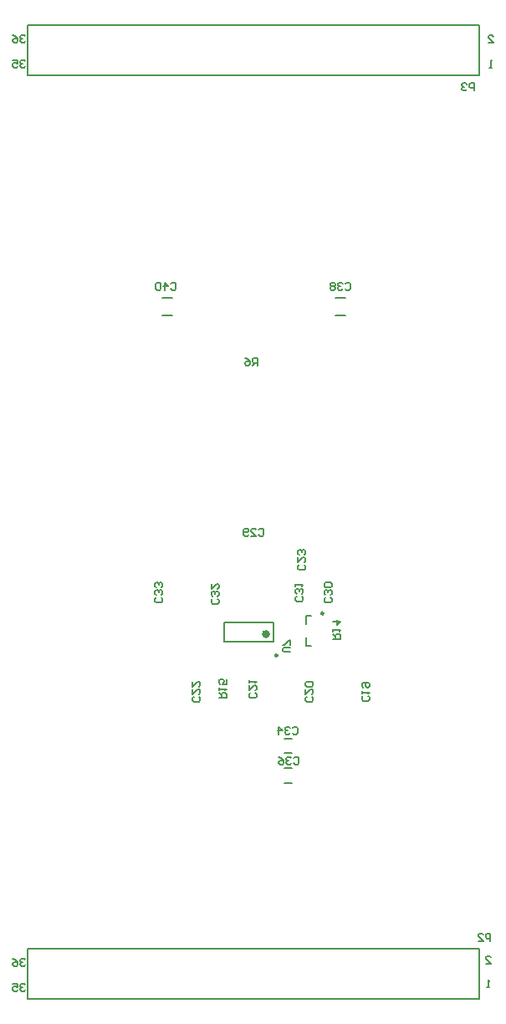
<source format=gbo>
G04*
G04 #@! TF.GenerationSoftware,Altium Limited,Altium Designer,22.4.2 (48)*
G04*
G04 Layer_Color=32896*
%FSLAX25Y25*%
%MOIN*%
G70*
G04*
G04 #@! TF.SameCoordinates,D9425D36-0AFB-4970-BFF6-08718D8895E8*
G04*
G04*
G04 #@! TF.FilePolarity,Positive*
G04*
G01*
G75*
%ADD10C,0.00984*%
%ADD11C,0.01575*%
%ADD14C,0.00787*%
%ADD17C,0.00591*%
D10*
X-50768Y-38512D02*
G03*
X-50768Y-38512I-492J0D01*
G01*
X-69161Y-55252D02*
G03*
X-69161Y-55252I-492J0D01*
G01*
D11*
X-73020Y-46787D02*
G03*
X-73020Y-46787I-787J0D01*
G01*
D14*
X-57756Y-39595D02*
X-55787D01*
X-57756Y-42843D02*
Y-39595D01*
Y-51406D02*
X-55787D01*
X-57756D02*
Y-48158D01*
X-90342Y-49937D02*
Y-42063D01*
X-70657Y-49937D02*
Y-42063D01*
X-90342D02*
X-70657D01*
X-90342Y-49937D02*
X-70657D01*
X-66567Y-88358D02*
X-63417D01*
X-66567Y-94263D02*
X-63417D01*
X-66567Y-100225D02*
X-63417D01*
X-66567Y-106131D02*
X-63417D01*
X-168760Y175921D02*
X11240D01*
X-168760Y195921D02*
X11240D01*
Y175921D02*
Y195921D01*
X-168760Y175921D02*
Y195921D01*
Y-192032D02*
X11240D01*
X-168760Y-172031D02*
X11240D01*
Y-192032D02*
Y-172031D01*
X-168760Y-192032D02*
Y-172031D01*
X-115154Y87339D02*
X-111216D01*
X-115154Y80252D02*
X-111216D01*
X-46154Y87339D02*
X-42217D01*
X-46154Y80252D02*
X-42217D01*
D17*
X-169760Y191381D02*
X-170252Y191873D01*
X-171236D01*
X-171728Y191381D01*
Y190889D01*
X-171236Y190397D01*
X-170744D01*
X-171236D01*
X-171728Y189905D01*
Y189413D01*
X-171236Y188921D01*
X-170252D01*
X-169760Y189413D01*
X-174680Y191873D02*
X-173696Y191381D01*
X-172712Y190397D01*
Y189413D01*
X-173204Y188921D01*
X-174188D01*
X-174680Y189413D01*
Y189905D01*
X-174188Y190397D01*
X-172712D01*
X-169760Y181381D02*
X-170252Y181873D01*
X-171236D01*
X-171728Y181381D01*
Y180889D01*
X-171236Y180397D01*
X-170744D01*
X-171236D01*
X-171728Y179905D01*
Y179413D01*
X-171236Y178921D01*
X-170252D01*
X-169760Y179413D01*
X-174680Y181873D02*
X-172712D01*
Y180397D01*
X-173696Y180889D01*
X-174188D01*
X-174680Y180397D01*
Y179413D01*
X-174188Y178921D01*
X-173204D01*
X-172712Y179413D01*
X16240Y178921D02*
X15256D01*
X15748D01*
Y181873D01*
X16240Y181381D01*
X14847Y188795D02*
X16815D01*
X14847Y190763D01*
Y191255D01*
X15339Y191747D01*
X16323D01*
X16815Y191255D01*
X-169760Y-176572D02*
X-170252Y-176080D01*
X-171236D01*
X-171728Y-176572D01*
Y-177064D01*
X-171236Y-177556D01*
X-170744D01*
X-171236D01*
X-171728Y-178048D01*
Y-178540D01*
X-171236Y-179032D01*
X-170252D01*
X-169760Y-178540D01*
X-174680Y-176080D02*
X-173696Y-176572D01*
X-172712Y-177556D01*
Y-178540D01*
X-173204Y-179032D01*
X-174188D01*
X-174680Y-178540D01*
Y-178048D01*
X-174188Y-177556D01*
X-172712D01*
X-169760Y-186572D02*
X-170252Y-186080D01*
X-171236D01*
X-171728Y-186572D01*
Y-187064D01*
X-171236Y-187556D01*
X-170744D01*
X-171236D01*
X-171728Y-188048D01*
Y-188540D01*
X-171236Y-189032D01*
X-170252D01*
X-169760Y-188540D01*
X-174680Y-186080D02*
X-172712D01*
Y-187556D01*
X-173696Y-187064D01*
X-174188D01*
X-174680Y-187556D01*
Y-188540D01*
X-174188Y-189032D01*
X-173204D01*
X-172712Y-188540D01*
X15240Y-187531D02*
X14256D01*
X14748D01*
Y-184580D01*
X15240Y-185072D01*
X13772Y-178032D02*
X15740D01*
X13772Y-176064D01*
Y-175572D01*
X14264Y-175080D01*
X15248D01*
X15740Y-175572D01*
X-64024Y-53960D02*
X-66484D01*
X-66976Y-53468D01*
Y-52484D01*
X-66484Y-51992D01*
X-64024D01*
Y-51008D02*
Y-49040D01*
X-64516D01*
X-66484Y-51008D01*
X-66976D01*
X-92476Y-72190D02*
X-89524D01*
Y-70714D01*
X-90016Y-70222D01*
X-91000D01*
X-91492Y-70714D01*
Y-72190D01*
Y-71206D02*
X-92476Y-70222D01*
Y-69238D02*
Y-68254D01*
Y-68746D01*
X-89524D01*
X-90016Y-69238D01*
X-89524Y-64810D02*
Y-66778D01*
X-91000D01*
X-90508Y-65794D01*
Y-65302D01*
X-91000Y-64810D01*
X-91984D01*
X-92476Y-65302D01*
Y-66286D01*
X-91984Y-66778D01*
X-46976Y-48690D02*
X-44024D01*
Y-47214D01*
X-44516Y-46722D01*
X-45500D01*
X-45992Y-47214D01*
Y-48690D01*
Y-47706D02*
X-46976Y-46722D01*
Y-45738D02*
Y-44754D01*
Y-45246D01*
X-44024D01*
X-44516Y-45738D01*
X-46976Y-41802D02*
X-44024D01*
X-45500Y-43278D01*
Y-41310D01*
X-33008Y-71466D02*
X-32516Y-71958D01*
Y-72942D01*
X-33008Y-73434D01*
X-34976D01*
X-35468Y-72942D01*
Y-71958D01*
X-34976Y-71466D01*
X-35468Y-70482D02*
Y-69498D01*
Y-69990D01*
X-32516D01*
X-33008Y-70482D01*
X-34976Y-68022D02*
X-35468Y-67530D01*
Y-66546D01*
X-34976Y-66054D01*
X-33008D01*
X-32516Y-66546D01*
Y-67530D01*
X-33008Y-68022D01*
X-33500D01*
X-33992Y-67530D01*
Y-66054D01*
X-55508Y-71712D02*
X-55016Y-72204D01*
Y-73188D01*
X-55508Y-73680D01*
X-57476D01*
X-57968Y-73188D01*
Y-72204D01*
X-57476Y-71712D01*
X-57968Y-68760D02*
Y-70728D01*
X-56000Y-68760D01*
X-55508D01*
X-55016Y-69252D01*
Y-70236D01*
X-55508Y-70728D01*
Y-67776D02*
X-55016Y-67284D01*
Y-66300D01*
X-55508Y-65808D01*
X-57476D01*
X-57968Y-66300D01*
Y-67284D01*
X-57476Y-67776D01*
X-55508D01*
X-78008Y-70220D02*
X-77516Y-70712D01*
Y-71696D01*
X-78008Y-72188D01*
X-79976D01*
X-80468Y-71696D01*
Y-70712D01*
X-79976Y-70220D01*
X-80468Y-67268D02*
Y-69236D01*
X-78500Y-67268D01*
X-78008D01*
X-77516Y-67760D01*
Y-68744D01*
X-78008Y-69236D01*
X-80468Y-66284D02*
Y-65300D01*
Y-65792D01*
X-77516D01*
X-78008Y-66284D01*
X-100508Y-71712D02*
X-100016Y-72204D01*
Y-73188D01*
X-100508Y-73680D01*
X-102476D01*
X-102968Y-73188D01*
Y-72204D01*
X-102476Y-71712D01*
X-102968Y-68760D02*
Y-70728D01*
X-101000Y-68760D01*
X-100508D01*
X-100016Y-69252D01*
Y-70236D01*
X-100508Y-70728D01*
X-102968Y-65808D02*
Y-67776D01*
X-101000Y-65808D01*
X-100508D01*
X-100016Y-66300D01*
Y-67284D01*
X-100508Y-67776D01*
X-63217Y-84221D02*
X-62725Y-83729D01*
X-61741D01*
X-61249Y-84221D01*
Y-86189D01*
X-61741Y-86681D01*
X-62725D01*
X-63217Y-86189D01*
X-64201Y-84221D02*
X-64693Y-83729D01*
X-65677D01*
X-66169Y-84221D01*
Y-84713D01*
X-65677Y-85205D01*
X-65185D01*
X-65677D01*
X-66169Y-85697D01*
Y-86189D01*
X-65677Y-86681D01*
X-64693D01*
X-64201Y-86189D01*
X-68629Y-86681D02*
Y-83729D01*
X-67153Y-85205D01*
X-69121D01*
X-62717Y-96221D02*
X-62225Y-95729D01*
X-61241D01*
X-60749Y-96221D01*
Y-98189D01*
X-61241Y-98681D01*
X-62225D01*
X-62717Y-98189D01*
X-63701Y-96221D02*
X-64193Y-95729D01*
X-65177D01*
X-65669Y-96221D01*
Y-96713D01*
X-65177Y-97205D01*
X-64685D01*
X-65177D01*
X-65669Y-97697D01*
Y-98189D01*
X-65177Y-98681D01*
X-64193D01*
X-63701Y-98189D01*
X-68621Y-95729D02*
X-67637Y-96221D01*
X-66653Y-97205D01*
Y-98189D01*
X-67145Y-98681D01*
X-68129D01*
X-68621Y-98189D01*
Y-97697D01*
X-68129Y-97205D01*
X-66653D01*
X-58508Y-19212D02*
X-58016Y-19704D01*
Y-20688D01*
X-58508Y-21180D01*
X-60476D01*
X-60968Y-20688D01*
Y-19704D01*
X-60476Y-19212D01*
X-60968Y-16260D02*
Y-18228D01*
X-59000Y-16260D01*
X-58508D01*
X-58016Y-16752D01*
Y-17736D01*
X-58508Y-18228D01*
Y-15276D02*
X-58016Y-14784D01*
Y-13800D01*
X-58508Y-13308D01*
X-59000D01*
X-59492Y-13800D01*
Y-14292D01*
Y-13800D01*
X-59984Y-13308D01*
X-60476D01*
X-60968Y-13800D01*
Y-14784D01*
X-60476Y-15276D01*
X-76717Y-5221D02*
X-76225Y-4729D01*
X-75241D01*
X-74749Y-5221D01*
Y-7189D01*
X-75241Y-7681D01*
X-76225D01*
X-76717Y-7189D01*
X-79669Y-7681D02*
X-77701D01*
X-79669Y-5713D01*
Y-5221D01*
X-79177Y-4729D01*
X-78193D01*
X-77701Y-5221D01*
X-80653Y-7189D02*
X-81145Y-7681D01*
X-82129D01*
X-82621Y-7189D01*
Y-5221D01*
X-82129Y-4729D01*
X-81145D01*
X-80653Y-5221D01*
Y-5713D01*
X-81145Y-6205D01*
X-82621D01*
X-48008Y-32212D02*
X-47516Y-32704D01*
Y-33688D01*
X-48008Y-34180D01*
X-49976D01*
X-50468Y-33688D01*
Y-32704D01*
X-49976Y-32212D01*
X-48008Y-31228D02*
X-47516Y-30736D01*
Y-29752D01*
X-48008Y-29260D01*
X-48500D01*
X-48992Y-29752D01*
Y-30244D01*
Y-29752D01*
X-49484Y-29260D01*
X-49976D01*
X-50468Y-29752D01*
Y-30736D01*
X-49976Y-31228D01*
X-48008Y-28276D02*
X-47516Y-27784D01*
Y-26800D01*
X-48008Y-26308D01*
X-49976D01*
X-50468Y-26800D01*
Y-27784D01*
X-49976Y-28276D01*
X-48008D01*
X-59508Y-31720D02*
X-59016Y-32212D01*
Y-33196D01*
X-59508Y-33688D01*
X-61476D01*
X-61968Y-33196D01*
Y-32212D01*
X-61476Y-31720D01*
X-59508Y-30736D02*
X-59016Y-30244D01*
Y-29260D01*
X-59508Y-28768D01*
X-60000D01*
X-60492Y-29260D01*
Y-29752D01*
Y-29260D01*
X-60984Y-28768D01*
X-61476D01*
X-61968Y-29260D01*
Y-30244D01*
X-61476Y-30736D01*
X-61968Y-27784D02*
Y-26800D01*
Y-27292D01*
X-59016D01*
X-59508Y-27784D01*
X-93008Y-32712D02*
X-92516Y-33204D01*
Y-34188D01*
X-93008Y-34680D01*
X-94976D01*
X-95468Y-34188D01*
Y-33204D01*
X-94976Y-32712D01*
X-93008Y-31728D02*
X-92516Y-31236D01*
Y-30252D01*
X-93008Y-29760D01*
X-93500D01*
X-93992Y-30252D01*
Y-30744D01*
Y-30252D01*
X-94484Y-29760D01*
X-94976D01*
X-95468Y-30252D01*
Y-31236D01*
X-94976Y-31728D01*
X-95468Y-26808D02*
Y-28776D01*
X-93500Y-26808D01*
X-93008D01*
X-92516Y-27300D01*
Y-28284D01*
X-93008Y-28776D01*
X-115508Y-32212D02*
X-115016Y-32704D01*
Y-33688D01*
X-115508Y-34180D01*
X-117476D01*
X-117968Y-33688D01*
Y-32704D01*
X-117476Y-32212D01*
X-115508Y-31228D02*
X-115016Y-30736D01*
Y-29752D01*
X-115508Y-29260D01*
X-116000D01*
X-116492Y-29752D01*
Y-30244D01*
Y-29752D01*
X-116984Y-29260D01*
X-117476D01*
X-117968Y-29752D01*
Y-30736D01*
X-117476Y-31228D01*
X-115508Y-28276D02*
X-115016Y-27784D01*
Y-26800D01*
X-115508Y-26308D01*
X-116000D01*
X-116492Y-26800D01*
Y-27292D01*
Y-26800D01*
X-116984Y-26308D01*
X-117476D01*
X-117968Y-26800D01*
Y-27784D01*
X-117476Y-28276D01*
X9275Y169819D02*
Y172771D01*
X7799D01*
X7307Y172279D01*
Y171295D01*
X7799Y170803D01*
X9275D01*
X6323Y172279D02*
X5831Y172771D01*
X4847D01*
X4355Y172279D01*
Y171787D01*
X4847Y171295D01*
X5339D01*
X4847D01*
X4355Y170803D01*
Y170311D01*
X4847Y169819D01*
X5831D01*
X6323Y170311D01*
X15715Y-169005D02*
Y-166053D01*
X14239D01*
X13747Y-166545D01*
Y-167529D01*
X14239Y-168021D01*
X15715D01*
X10795Y-169005D02*
X12763D01*
X10795Y-167037D01*
Y-166545D01*
X11287Y-166053D01*
X12271D01*
X12763Y-166545D01*
X-77225Y60319D02*
Y63271D01*
X-78701D01*
X-79193Y62779D01*
Y61795D01*
X-78701Y61303D01*
X-77225D01*
X-78209D02*
X-79193Y60319D01*
X-82145Y63271D02*
X-81161Y62779D01*
X-80177Y61795D01*
Y60811D01*
X-80669Y60319D01*
X-81653D01*
X-82145Y60811D01*
Y61303D01*
X-81653Y61795D01*
X-80177D01*
X-111717Y92779D02*
X-111225Y93271D01*
X-110241D01*
X-109749Y92779D01*
Y90811D01*
X-110241Y90319D01*
X-111225D01*
X-111717Y90811D01*
X-114177Y90319D02*
Y93271D01*
X-112701Y91795D01*
X-114669D01*
X-115653Y92779D02*
X-116145Y93271D01*
X-117129D01*
X-117621Y92779D01*
Y90811D01*
X-117129Y90319D01*
X-116145D01*
X-115653Y90811D01*
Y92779D01*
X-42217D02*
X-41725Y93271D01*
X-40741D01*
X-40249Y92779D01*
Y90811D01*
X-40741Y90319D01*
X-41725D01*
X-42217Y90811D01*
X-43201Y92779D02*
X-43693Y93271D01*
X-44677D01*
X-45169Y92779D01*
Y92287D01*
X-44677Y91795D01*
X-44185D01*
X-44677D01*
X-45169Y91303D01*
Y90811D01*
X-44677Y90319D01*
X-43693D01*
X-43201Y90811D01*
X-46153Y92779D02*
X-46645Y93271D01*
X-47629D01*
X-48121Y92779D01*
Y92287D01*
X-47629Y91795D01*
X-48121Y91303D01*
Y90811D01*
X-47629Y90319D01*
X-46645D01*
X-46153Y90811D01*
Y91303D01*
X-46645Y91795D01*
X-46153Y92287D01*
Y92779D01*
X-46645Y91795D02*
X-47629D01*
M02*

</source>
